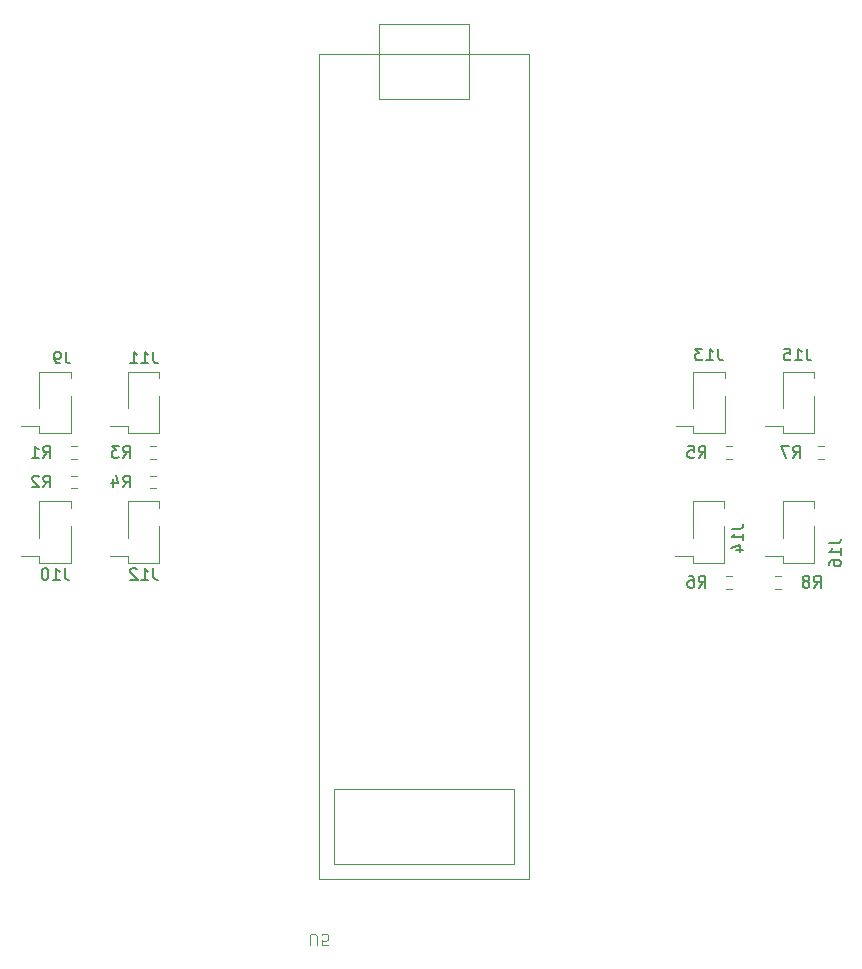
<source format=gbr>
%TF.GenerationSoftware,KiCad,Pcbnew,8.0.1*%
%TF.CreationDate,2024-04-19T02:09:13-07:00*%
%TF.ProjectId,CMOD_A7_Lower,434d4f44-5f41-4375-9f4c-6f7765722e6b,rev?*%
%TF.SameCoordinates,Original*%
%TF.FileFunction,Legend,Bot*%
%TF.FilePolarity,Positive*%
%FSLAX46Y46*%
G04 Gerber Fmt 4.6, Leading zero omitted, Abs format (unit mm)*
G04 Created by KiCad (PCBNEW 8.0.1) date 2024-04-19 02:09:13*
%MOMM*%
%LPD*%
G01*
G04 APERTURE LIST*
%ADD10C,0.150000*%
%ADD11C,0.100000*%
%ADD12C,0.120000*%
G04 APERTURE END LIST*
D10*
X55583333Y-78204819D02*
X55583333Y-78919104D01*
X55583333Y-78919104D02*
X55630952Y-79061961D01*
X55630952Y-79061961D02*
X55726190Y-79157200D01*
X55726190Y-79157200D02*
X55869047Y-79204819D01*
X55869047Y-79204819D02*
X55964285Y-79204819D01*
X55059523Y-79204819D02*
X54869047Y-79204819D01*
X54869047Y-79204819D02*
X54773809Y-79157200D01*
X54773809Y-79157200D02*
X54726190Y-79109580D01*
X54726190Y-79109580D02*
X54630952Y-78966723D01*
X54630952Y-78966723D02*
X54583333Y-78776247D01*
X54583333Y-78776247D02*
X54583333Y-78395295D01*
X54583333Y-78395295D02*
X54630952Y-78300057D01*
X54630952Y-78300057D02*
X54678571Y-78252438D01*
X54678571Y-78252438D02*
X54773809Y-78204819D01*
X54773809Y-78204819D02*
X54964285Y-78204819D01*
X54964285Y-78204819D02*
X55059523Y-78252438D01*
X55059523Y-78252438D02*
X55107142Y-78300057D01*
X55107142Y-78300057D02*
X55154761Y-78395295D01*
X55154761Y-78395295D02*
X55154761Y-78633390D01*
X55154761Y-78633390D02*
X55107142Y-78728628D01*
X55107142Y-78728628D02*
X55059523Y-78776247D01*
X55059523Y-78776247D02*
X54964285Y-78823866D01*
X54964285Y-78823866D02*
X54773809Y-78823866D01*
X54773809Y-78823866D02*
X54678571Y-78776247D01*
X54678571Y-78776247D02*
X54630952Y-78728628D01*
X54630952Y-78728628D02*
X54583333Y-78633390D01*
X62984523Y-78204819D02*
X62984523Y-78919104D01*
X62984523Y-78919104D02*
X63032142Y-79061961D01*
X63032142Y-79061961D02*
X63127380Y-79157200D01*
X63127380Y-79157200D02*
X63270237Y-79204819D01*
X63270237Y-79204819D02*
X63365475Y-79204819D01*
X61984523Y-79204819D02*
X62555951Y-79204819D01*
X62270237Y-79204819D02*
X62270237Y-78204819D01*
X62270237Y-78204819D02*
X62365475Y-78347676D01*
X62365475Y-78347676D02*
X62460713Y-78442914D01*
X62460713Y-78442914D02*
X62555951Y-78490533D01*
X61032142Y-79204819D02*
X61603570Y-79204819D01*
X61317856Y-79204819D02*
X61317856Y-78204819D01*
X61317856Y-78204819D02*
X61413094Y-78347676D01*
X61413094Y-78347676D02*
X61508332Y-78442914D01*
X61508332Y-78442914D02*
X61603570Y-78490533D01*
X110809523Y-77954819D02*
X110809523Y-78669104D01*
X110809523Y-78669104D02*
X110857142Y-78811961D01*
X110857142Y-78811961D02*
X110952380Y-78907200D01*
X110952380Y-78907200D02*
X111095237Y-78954819D01*
X111095237Y-78954819D02*
X111190475Y-78954819D01*
X109809523Y-78954819D02*
X110380951Y-78954819D01*
X110095237Y-78954819D02*
X110095237Y-77954819D01*
X110095237Y-77954819D02*
X110190475Y-78097676D01*
X110190475Y-78097676D02*
X110285713Y-78192914D01*
X110285713Y-78192914D02*
X110380951Y-78240533D01*
X109476189Y-77954819D02*
X108857142Y-77954819D01*
X108857142Y-77954819D02*
X109190475Y-78335771D01*
X109190475Y-78335771D02*
X109047618Y-78335771D01*
X109047618Y-78335771D02*
X108952380Y-78383390D01*
X108952380Y-78383390D02*
X108904761Y-78431009D01*
X108904761Y-78431009D02*
X108857142Y-78526247D01*
X108857142Y-78526247D02*
X108857142Y-78764342D01*
X108857142Y-78764342D02*
X108904761Y-78859580D01*
X108904761Y-78859580D02*
X108952380Y-78907200D01*
X108952380Y-78907200D02*
X109047618Y-78954819D01*
X109047618Y-78954819D02*
X109333332Y-78954819D01*
X109333332Y-78954819D02*
X109428570Y-78907200D01*
X109428570Y-78907200D02*
X109476189Y-78859580D01*
X60416666Y-87204819D02*
X60749999Y-86728628D01*
X60988094Y-87204819D02*
X60988094Y-86204819D01*
X60988094Y-86204819D02*
X60607142Y-86204819D01*
X60607142Y-86204819D02*
X60511904Y-86252438D01*
X60511904Y-86252438D02*
X60464285Y-86300057D01*
X60464285Y-86300057D02*
X60416666Y-86395295D01*
X60416666Y-86395295D02*
X60416666Y-86538152D01*
X60416666Y-86538152D02*
X60464285Y-86633390D01*
X60464285Y-86633390D02*
X60511904Y-86681009D01*
X60511904Y-86681009D02*
X60607142Y-86728628D01*
X60607142Y-86728628D02*
X60988094Y-86728628D01*
X60083332Y-86204819D02*
X59464285Y-86204819D01*
X59464285Y-86204819D02*
X59797618Y-86585771D01*
X59797618Y-86585771D02*
X59654761Y-86585771D01*
X59654761Y-86585771D02*
X59559523Y-86633390D01*
X59559523Y-86633390D02*
X59511904Y-86681009D01*
X59511904Y-86681009D02*
X59464285Y-86776247D01*
X59464285Y-86776247D02*
X59464285Y-87014342D01*
X59464285Y-87014342D02*
X59511904Y-87109580D01*
X59511904Y-87109580D02*
X59559523Y-87157200D01*
X59559523Y-87157200D02*
X59654761Y-87204819D01*
X59654761Y-87204819D02*
X59940475Y-87204819D01*
X59940475Y-87204819D02*
X60035713Y-87157200D01*
X60035713Y-87157200D02*
X60083332Y-87109580D01*
X55484523Y-96554819D02*
X55484523Y-97269104D01*
X55484523Y-97269104D02*
X55532142Y-97411961D01*
X55532142Y-97411961D02*
X55627380Y-97507200D01*
X55627380Y-97507200D02*
X55770237Y-97554819D01*
X55770237Y-97554819D02*
X55865475Y-97554819D01*
X54484523Y-97554819D02*
X55055951Y-97554819D01*
X54770237Y-97554819D02*
X54770237Y-96554819D01*
X54770237Y-96554819D02*
X54865475Y-96697676D01*
X54865475Y-96697676D02*
X54960713Y-96792914D01*
X54960713Y-96792914D02*
X55055951Y-96840533D01*
X53865475Y-96554819D02*
X53770237Y-96554819D01*
X53770237Y-96554819D02*
X53674999Y-96602438D01*
X53674999Y-96602438D02*
X53627380Y-96650057D01*
X53627380Y-96650057D02*
X53579761Y-96745295D01*
X53579761Y-96745295D02*
X53532142Y-96935771D01*
X53532142Y-96935771D02*
X53532142Y-97173866D01*
X53532142Y-97173866D02*
X53579761Y-97364342D01*
X53579761Y-97364342D02*
X53627380Y-97459580D01*
X53627380Y-97459580D02*
X53674999Y-97507200D01*
X53674999Y-97507200D02*
X53770237Y-97554819D01*
X53770237Y-97554819D02*
X53865475Y-97554819D01*
X53865475Y-97554819D02*
X53960713Y-97507200D01*
X53960713Y-97507200D02*
X54008332Y-97459580D01*
X54008332Y-97459580D02*
X54055951Y-97364342D01*
X54055951Y-97364342D02*
X54103570Y-97173866D01*
X54103570Y-97173866D02*
X54103570Y-96935771D01*
X54103570Y-96935771D02*
X54055951Y-96745295D01*
X54055951Y-96745295D02*
X54008332Y-96650057D01*
X54008332Y-96650057D02*
X53960713Y-96602438D01*
X53960713Y-96602438D02*
X53865475Y-96554819D01*
D11*
X76238095Y-128482580D02*
X76238095Y-127673057D01*
X76238095Y-127673057D02*
X76285714Y-127577819D01*
X76285714Y-127577819D02*
X76333333Y-127530200D01*
X76333333Y-127530200D02*
X76428571Y-127482580D01*
X76428571Y-127482580D02*
X76619047Y-127482580D01*
X76619047Y-127482580D02*
X76714285Y-127530200D01*
X76714285Y-127530200D02*
X76761904Y-127577819D01*
X76761904Y-127577819D02*
X76809523Y-127673057D01*
X76809523Y-127673057D02*
X76809523Y-128482580D01*
X77761904Y-128482580D02*
X77285714Y-128482580D01*
X77285714Y-128482580D02*
X77238095Y-128006390D01*
X77238095Y-128006390D02*
X77285714Y-128054009D01*
X77285714Y-128054009D02*
X77380952Y-128101628D01*
X77380952Y-128101628D02*
X77619047Y-128101628D01*
X77619047Y-128101628D02*
X77714285Y-128054009D01*
X77714285Y-128054009D02*
X77761904Y-128006390D01*
X77761904Y-128006390D02*
X77809523Y-127911152D01*
X77809523Y-127911152D02*
X77809523Y-127673057D01*
X77809523Y-127673057D02*
X77761904Y-127577819D01*
X77761904Y-127577819D02*
X77714285Y-127530200D01*
X77714285Y-127530200D02*
X77619047Y-127482580D01*
X77619047Y-127482580D02*
X77380952Y-127482580D01*
X77380952Y-127482580D02*
X77285714Y-127530200D01*
X77285714Y-127530200D02*
X77238095Y-127577819D01*
D10*
X109166666Y-98204819D02*
X109499999Y-97728628D01*
X109738094Y-98204819D02*
X109738094Y-97204819D01*
X109738094Y-97204819D02*
X109357142Y-97204819D01*
X109357142Y-97204819D02*
X109261904Y-97252438D01*
X109261904Y-97252438D02*
X109214285Y-97300057D01*
X109214285Y-97300057D02*
X109166666Y-97395295D01*
X109166666Y-97395295D02*
X109166666Y-97538152D01*
X109166666Y-97538152D02*
X109214285Y-97633390D01*
X109214285Y-97633390D02*
X109261904Y-97681009D01*
X109261904Y-97681009D02*
X109357142Y-97728628D01*
X109357142Y-97728628D02*
X109738094Y-97728628D01*
X108309523Y-97204819D02*
X108499999Y-97204819D01*
X108499999Y-97204819D02*
X108595237Y-97252438D01*
X108595237Y-97252438D02*
X108642856Y-97300057D01*
X108642856Y-97300057D02*
X108738094Y-97442914D01*
X108738094Y-97442914D02*
X108785713Y-97633390D01*
X108785713Y-97633390D02*
X108785713Y-98014342D01*
X108785713Y-98014342D02*
X108738094Y-98109580D01*
X108738094Y-98109580D02*
X108690475Y-98157200D01*
X108690475Y-98157200D02*
X108595237Y-98204819D01*
X108595237Y-98204819D02*
X108404761Y-98204819D01*
X108404761Y-98204819D02*
X108309523Y-98157200D01*
X108309523Y-98157200D02*
X108261904Y-98109580D01*
X108261904Y-98109580D02*
X108214285Y-98014342D01*
X108214285Y-98014342D02*
X108214285Y-97776247D01*
X108214285Y-97776247D02*
X108261904Y-97681009D01*
X108261904Y-97681009D02*
X108309523Y-97633390D01*
X108309523Y-97633390D02*
X108404761Y-97585771D01*
X108404761Y-97585771D02*
X108595237Y-97585771D01*
X108595237Y-97585771D02*
X108690475Y-97633390D01*
X108690475Y-97633390D02*
X108738094Y-97681009D01*
X108738094Y-97681009D02*
X108785713Y-97776247D01*
X53666666Y-89704819D02*
X53999999Y-89228628D01*
X54238094Y-89704819D02*
X54238094Y-88704819D01*
X54238094Y-88704819D02*
X53857142Y-88704819D01*
X53857142Y-88704819D02*
X53761904Y-88752438D01*
X53761904Y-88752438D02*
X53714285Y-88800057D01*
X53714285Y-88800057D02*
X53666666Y-88895295D01*
X53666666Y-88895295D02*
X53666666Y-89038152D01*
X53666666Y-89038152D02*
X53714285Y-89133390D01*
X53714285Y-89133390D02*
X53761904Y-89181009D01*
X53761904Y-89181009D02*
X53857142Y-89228628D01*
X53857142Y-89228628D02*
X54238094Y-89228628D01*
X53285713Y-88800057D02*
X53238094Y-88752438D01*
X53238094Y-88752438D02*
X53142856Y-88704819D01*
X53142856Y-88704819D02*
X52904761Y-88704819D01*
X52904761Y-88704819D02*
X52809523Y-88752438D01*
X52809523Y-88752438D02*
X52761904Y-88800057D01*
X52761904Y-88800057D02*
X52714285Y-88895295D01*
X52714285Y-88895295D02*
X52714285Y-88990533D01*
X52714285Y-88990533D02*
X52761904Y-89133390D01*
X52761904Y-89133390D02*
X53333332Y-89704819D01*
X53333332Y-89704819D02*
X52714285Y-89704819D01*
X111954819Y-93190476D02*
X112669104Y-93190476D01*
X112669104Y-93190476D02*
X112811961Y-93142857D01*
X112811961Y-93142857D02*
X112907200Y-93047619D01*
X112907200Y-93047619D02*
X112954819Y-92904762D01*
X112954819Y-92904762D02*
X112954819Y-92809524D01*
X112954819Y-94190476D02*
X112954819Y-93619048D01*
X112954819Y-93904762D02*
X111954819Y-93904762D01*
X111954819Y-93904762D02*
X112097676Y-93809524D01*
X112097676Y-93809524D02*
X112192914Y-93714286D01*
X112192914Y-93714286D02*
X112240533Y-93619048D01*
X112288152Y-95047619D02*
X112954819Y-95047619D01*
X111907200Y-94809524D02*
X112621485Y-94571429D01*
X112621485Y-94571429D02*
X112621485Y-95190476D01*
X62984523Y-96554819D02*
X62984523Y-97269104D01*
X62984523Y-97269104D02*
X63032142Y-97411961D01*
X63032142Y-97411961D02*
X63127380Y-97507200D01*
X63127380Y-97507200D02*
X63270237Y-97554819D01*
X63270237Y-97554819D02*
X63365475Y-97554819D01*
X61984523Y-97554819D02*
X62555951Y-97554819D01*
X62270237Y-97554819D02*
X62270237Y-96554819D01*
X62270237Y-96554819D02*
X62365475Y-96697676D01*
X62365475Y-96697676D02*
X62460713Y-96792914D01*
X62460713Y-96792914D02*
X62555951Y-96840533D01*
X61603570Y-96650057D02*
X61555951Y-96602438D01*
X61555951Y-96602438D02*
X61460713Y-96554819D01*
X61460713Y-96554819D02*
X61222618Y-96554819D01*
X61222618Y-96554819D02*
X61127380Y-96602438D01*
X61127380Y-96602438D02*
X61079761Y-96650057D01*
X61079761Y-96650057D02*
X61032142Y-96745295D01*
X61032142Y-96745295D02*
X61032142Y-96840533D01*
X61032142Y-96840533D02*
X61079761Y-96983390D01*
X61079761Y-96983390D02*
X61651189Y-97554819D01*
X61651189Y-97554819D02*
X61032142Y-97554819D01*
X118916666Y-98204819D02*
X119249999Y-97728628D01*
X119488094Y-98204819D02*
X119488094Y-97204819D01*
X119488094Y-97204819D02*
X119107142Y-97204819D01*
X119107142Y-97204819D02*
X119011904Y-97252438D01*
X119011904Y-97252438D02*
X118964285Y-97300057D01*
X118964285Y-97300057D02*
X118916666Y-97395295D01*
X118916666Y-97395295D02*
X118916666Y-97538152D01*
X118916666Y-97538152D02*
X118964285Y-97633390D01*
X118964285Y-97633390D02*
X119011904Y-97681009D01*
X119011904Y-97681009D02*
X119107142Y-97728628D01*
X119107142Y-97728628D02*
X119488094Y-97728628D01*
X118345237Y-97633390D02*
X118440475Y-97585771D01*
X118440475Y-97585771D02*
X118488094Y-97538152D01*
X118488094Y-97538152D02*
X118535713Y-97442914D01*
X118535713Y-97442914D02*
X118535713Y-97395295D01*
X118535713Y-97395295D02*
X118488094Y-97300057D01*
X118488094Y-97300057D02*
X118440475Y-97252438D01*
X118440475Y-97252438D02*
X118345237Y-97204819D01*
X118345237Y-97204819D02*
X118154761Y-97204819D01*
X118154761Y-97204819D02*
X118059523Y-97252438D01*
X118059523Y-97252438D02*
X118011904Y-97300057D01*
X118011904Y-97300057D02*
X117964285Y-97395295D01*
X117964285Y-97395295D02*
X117964285Y-97442914D01*
X117964285Y-97442914D02*
X118011904Y-97538152D01*
X118011904Y-97538152D02*
X118059523Y-97585771D01*
X118059523Y-97585771D02*
X118154761Y-97633390D01*
X118154761Y-97633390D02*
X118345237Y-97633390D01*
X118345237Y-97633390D02*
X118440475Y-97681009D01*
X118440475Y-97681009D02*
X118488094Y-97728628D01*
X118488094Y-97728628D02*
X118535713Y-97823866D01*
X118535713Y-97823866D02*
X118535713Y-98014342D01*
X118535713Y-98014342D02*
X118488094Y-98109580D01*
X118488094Y-98109580D02*
X118440475Y-98157200D01*
X118440475Y-98157200D02*
X118345237Y-98204819D01*
X118345237Y-98204819D02*
X118154761Y-98204819D01*
X118154761Y-98204819D02*
X118059523Y-98157200D01*
X118059523Y-98157200D02*
X118011904Y-98109580D01*
X118011904Y-98109580D02*
X117964285Y-98014342D01*
X117964285Y-98014342D02*
X117964285Y-97823866D01*
X117964285Y-97823866D02*
X118011904Y-97728628D01*
X118011904Y-97728628D02*
X118059523Y-97681009D01*
X118059523Y-97681009D02*
X118154761Y-97633390D01*
X120204819Y-94440476D02*
X120919104Y-94440476D01*
X120919104Y-94440476D02*
X121061961Y-94392857D01*
X121061961Y-94392857D02*
X121157200Y-94297619D01*
X121157200Y-94297619D02*
X121204819Y-94154762D01*
X121204819Y-94154762D02*
X121204819Y-94059524D01*
X121204819Y-95440476D02*
X121204819Y-94869048D01*
X121204819Y-95154762D02*
X120204819Y-95154762D01*
X120204819Y-95154762D02*
X120347676Y-95059524D01*
X120347676Y-95059524D02*
X120442914Y-94964286D01*
X120442914Y-94964286D02*
X120490533Y-94869048D01*
X120204819Y-96297619D02*
X120204819Y-96107143D01*
X120204819Y-96107143D02*
X120252438Y-96011905D01*
X120252438Y-96011905D02*
X120300057Y-95964286D01*
X120300057Y-95964286D02*
X120442914Y-95869048D01*
X120442914Y-95869048D02*
X120633390Y-95821429D01*
X120633390Y-95821429D02*
X121014342Y-95821429D01*
X121014342Y-95821429D02*
X121109580Y-95869048D01*
X121109580Y-95869048D02*
X121157200Y-95916667D01*
X121157200Y-95916667D02*
X121204819Y-96011905D01*
X121204819Y-96011905D02*
X121204819Y-96202381D01*
X121204819Y-96202381D02*
X121157200Y-96297619D01*
X121157200Y-96297619D02*
X121109580Y-96345238D01*
X121109580Y-96345238D02*
X121014342Y-96392857D01*
X121014342Y-96392857D02*
X120776247Y-96392857D01*
X120776247Y-96392857D02*
X120681009Y-96345238D01*
X120681009Y-96345238D02*
X120633390Y-96297619D01*
X120633390Y-96297619D02*
X120585771Y-96202381D01*
X120585771Y-96202381D02*
X120585771Y-96011905D01*
X120585771Y-96011905D02*
X120633390Y-95916667D01*
X120633390Y-95916667D02*
X120681009Y-95869048D01*
X120681009Y-95869048D02*
X120776247Y-95821429D01*
X53666666Y-87204819D02*
X53999999Y-86728628D01*
X54238094Y-87204819D02*
X54238094Y-86204819D01*
X54238094Y-86204819D02*
X53857142Y-86204819D01*
X53857142Y-86204819D02*
X53761904Y-86252438D01*
X53761904Y-86252438D02*
X53714285Y-86300057D01*
X53714285Y-86300057D02*
X53666666Y-86395295D01*
X53666666Y-86395295D02*
X53666666Y-86538152D01*
X53666666Y-86538152D02*
X53714285Y-86633390D01*
X53714285Y-86633390D02*
X53761904Y-86681009D01*
X53761904Y-86681009D02*
X53857142Y-86728628D01*
X53857142Y-86728628D02*
X54238094Y-86728628D01*
X52714285Y-87204819D02*
X53285713Y-87204819D01*
X52999999Y-87204819D02*
X52999999Y-86204819D01*
X52999999Y-86204819D02*
X53095237Y-86347676D01*
X53095237Y-86347676D02*
X53190475Y-86442914D01*
X53190475Y-86442914D02*
X53285713Y-86490533D01*
X117166666Y-87204819D02*
X117499999Y-86728628D01*
X117738094Y-87204819D02*
X117738094Y-86204819D01*
X117738094Y-86204819D02*
X117357142Y-86204819D01*
X117357142Y-86204819D02*
X117261904Y-86252438D01*
X117261904Y-86252438D02*
X117214285Y-86300057D01*
X117214285Y-86300057D02*
X117166666Y-86395295D01*
X117166666Y-86395295D02*
X117166666Y-86538152D01*
X117166666Y-86538152D02*
X117214285Y-86633390D01*
X117214285Y-86633390D02*
X117261904Y-86681009D01*
X117261904Y-86681009D02*
X117357142Y-86728628D01*
X117357142Y-86728628D02*
X117738094Y-86728628D01*
X116833332Y-86204819D02*
X116166666Y-86204819D01*
X116166666Y-86204819D02*
X116595237Y-87204819D01*
X109166666Y-87204819D02*
X109499999Y-86728628D01*
X109738094Y-87204819D02*
X109738094Y-86204819D01*
X109738094Y-86204819D02*
X109357142Y-86204819D01*
X109357142Y-86204819D02*
X109261904Y-86252438D01*
X109261904Y-86252438D02*
X109214285Y-86300057D01*
X109214285Y-86300057D02*
X109166666Y-86395295D01*
X109166666Y-86395295D02*
X109166666Y-86538152D01*
X109166666Y-86538152D02*
X109214285Y-86633390D01*
X109214285Y-86633390D02*
X109261904Y-86681009D01*
X109261904Y-86681009D02*
X109357142Y-86728628D01*
X109357142Y-86728628D02*
X109738094Y-86728628D01*
X108261904Y-86204819D02*
X108738094Y-86204819D01*
X108738094Y-86204819D02*
X108785713Y-86681009D01*
X108785713Y-86681009D02*
X108738094Y-86633390D01*
X108738094Y-86633390D02*
X108642856Y-86585771D01*
X108642856Y-86585771D02*
X108404761Y-86585771D01*
X108404761Y-86585771D02*
X108309523Y-86633390D01*
X108309523Y-86633390D02*
X108261904Y-86681009D01*
X108261904Y-86681009D02*
X108214285Y-86776247D01*
X108214285Y-86776247D02*
X108214285Y-87014342D01*
X108214285Y-87014342D02*
X108261904Y-87109580D01*
X108261904Y-87109580D02*
X108309523Y-87157200D01*
X108309523Y-87157200D02*
X108404761Y-87204819D01*
X108404761Y-87204819D02*
X108642856Y-87204819D01*
X108642856Y-87204819D02*
X108738094Y-87157200D01*
X108738094Y-87157200D02*
X108785713Y-87109580D01*
X60416666Y-89704819D02*
X60749999Y-89228628D01*
X60988094Y-89704819D02*
X60988094Y-88704819D01*
X60988094Y-88704819D02*
X60607142Y-88704819D01*
X60607142Y-88704819D02*
X60511904Y-88752438D01*
X60511904Y-88752438D02*
X60464285Y-88800057D01*
X60464285Y-88800057D02*
X60416666Y-88895295D01*
X60416666Y-88895295D02*
X60416666Y-89038152D01*
X60416666Y-89038152D02*
X60464285Y-89133390D01*
X60464285Y-89133390D02*
X60511904Y-89181009D01*
X60511904Y-89181009D02*
X60607142Y-89228628D01*
X60607142Y-89228628D02*
X60988094Y-89228628D01*
X59559523Y-89038152D02*
X59559523Y-89704819D01*
X59797618Y-88657200D02*
X60035713Y-89371485D01*
X60035713Y-89371485D02*
X59416666Y-89371485D01*
X118309523Y-77954819D02*
X118309523Y-78669104D01*
X118309523Y-78669104D02*
X118357142Y-78811961D01*
X118357142Y-78811961D02*
X118452380Y-78907200D01*
X118452380Y-78907200D02*
X118595237Y-78954819D01*
X118595237Y-78954819D02*
X118690475Y-78954819D01*
X117309523Y-78954819D02*
X117880951Y-78954819D01*
X117595237Y-78954819D02*
X117595237Y-77954819D01*
X117595237Y-77954819D02*
X117690475Y-78097676D01*
X117690475Y-78097676D02*
X117785713Y-78192914D01*
X117785713Y-78192914D02*
X117880951Y-78240533D01*
X116404761Y-77954819D02*
X116880951Y-77954819D01*
X116880951Y-77954819D02*
X116928570Y-78431009D01*
X116928570Y-78431009D02*
X116880951Y-78383390D01*
X116880951Y-78383390D02*
X116785713Y-78335771D01*
X116785713Y-78335771D02*
X116547618Y-78335771D01*
X116547618Y-78335771D02*
X116452380Y-78383390D01*
X116452380Y-78383390D02*
X116404761Y-78431009D01*
X116404761Y-78431009D02*
X116357142Y-78526247D01*
X116357142Y-78526247D02*
X116357142Y-78764342D01*
X116357142Y-78764342D02*
X116404761Y-78859580D01*
X116404761Y-78859580D02*
X116452380Y-78907200D01*
X116452380Y-78907200D02*
X116547618Y-78954819D01*
X116547618Y-78954819D02*
X116785713Y-78954819D01*
X116785713Y-78954819D02*
X116880951Y-78907200D01*
X116880951Y-78907200D02*
X116928570Y-78859580D01*
D12*
%TO.C,J9*%
X51805000Y-84550000D02*
X53325000Y-84550000D01*
X53325000Y-79920000D02*
X53325000Y-83030000D01*
X53325000Y-84550000D02*
X53325000Y-85120000D01*
X55985000Y-79920000D02*
X53325000Y-79920000D01*
X55985000Y-79920000D02*
X55985000Y-80490000D01*
X55985000Y-82010000D02*
X55985000Y-85120000D01*
X55985000Y-85120000D02*
X53325000Y-85120000D01*
%TO.C,J11*%
X59325000Y-84530000D02*
X60845000Y-84530000D01*
X60845000Y-79900000D02*
X60845000Y-83010000D01*
X60845000Y-84530000D02*
X60845000Y-85100000D01*
X63505000Y-79900000D02*
X60845000Y-79900000D01*
X63505000Y-79900000D02*
X63505000Y-80470000D01*
X63505000Y-81990000D02*
X63505000Y-85100000D01*
X63505000Y-85100000D02*
X60845000Y-85100000D01*
%TO.C,J13*%
X107200000Y-84530000D02*
X108720000Y-84530000D01*
X108720000Y-79900000D02*
X108720000Y-83010000D01*
X108720000Y-84530000D02*
X108720000Y-85100000D01*
X111380000Y-79900000D02*
X108720000Y-79900000D01*
X111380000Y-79900000D02*
X111380000Y-80470000D01*
X111380000Y-81990000D02*
X111380000Y-85100000D01*
X111380000Y-85100000D02*
X108720000Y-85100000D01*
%TO.C,R3*%
X62745276Y-86227500D02*
X63254724Y-86227500D01*
X62745276Y-87272500D02*
X63254724Y-87272500D01*
%TO.C,J10*%
X51825000Y-95530000D02*
X53345000Y-95530000D01*
X53345000Y-90900000D02*
X53345000Y-94010000D01*
X53345000Y-95530000D02*
X53345000Y-96100000D01*
X56005000Y-90900000D02*
X53345000Y-90900000D01*
X56005000Y-90900000D02*
X56005000Y-91470000D01*
X56005000Y-92990000D02*
X56005000Y-96100000D01*
X56005000Y-96100000D02*
X53345000Y-96100000D01*
%TO.C,U5*%
D11*
X89700000Y-50470000D02*
X82080000Y-50470000D01*
X82080000Y-56820000D01*
X89700000Y-56820000D01*
X89700000Y-50470000D01*
X93510000Y-115240000D02*
X78270000Y-115240000D01*
X78270000Y-121590000D01*
X93510000Y-121590000D01*
X93510000Y-115240000D01*
X94780000Y-53010000D02*
X77000000Y-53010000D01*
X77000000Y-122860000D01*
X94780000Y-122860000D01*
X94780000Y-53010000D01*
D12*
%TO.C,R6*%
X111495276Y-97227500D02*
X112004724Y-97227500D01*
X111495276Y-98272500D02*
X112004724Y-98272500D01*
%TO.C,R2*%
X55995276Y-88727500D02*
X56504724Y-88727500D01*
X55995276Y-89772500D02*
X56504724Y-89772500D01*
%TO.C,J14*%
X107150000Y-95530000D02*
X108670000Y-95530000D01*
X108670000Y-90900000D02*
X108670000Y-94010000D01*
X108670000Y-95530000D02*
X108670000Y-96100000D01*
X111330000Y-90900000D02*
X108670000Y-90900000D01*
X111330000Y-90900000D02*
X111330000Y-91470000D01*
X111330000Y-92990000D02*
X111330000Y-96100000D01*
X111330000Y-96100000D02*
X108670000Y-96100000D01*
%TO.C,J12*%
X59325000Y-95530000D02*
X60845000Y-95530000D01*
X60845000Y-90900000D02*
X60845000Y-94010000D01*
X60845000Y-95530000D02*
X60845000Y-96100000D01*
X63505000Y-90900000D02*
X60845000Y-90900000D01*
X63505000Y-90900000D02*
X63505000Y-91470000D01*
X63505000Y-92990000D02*
X63505000Y-96100000D01*
X63505000Y-96100000D02*
X60845000Y-96100000D01*
%TO.C,R8*%
X115657776Y-97227500D02*
X116167224Y-97227500D01*
X115657776Y-98272500D02*
X116167224Y-98272500D01*
%TO.C,J16*%
X114745000Y-95530000D02*
X116265000Y-95530000D01*
X116265000Y-90900000D02*
X116265000Y-94010000D01*
X116265000Y-95530000D02*
X116265000Y-96100000D01*
X118925000Y-90900000D02*
X116265000Y-90900000D01*
X118925000Y-90900000D02*
X118925000Y-91470000D01*
X118925000Y-92990000D02*
X118925000Y-96100000D01*
X118925000Y-96100000D02*
X116265000Y-96100000D01*
%TO.C,R1*%
X55995276Y-86227500D02*
X56504724Y-86227500D01*
X55995276Y-87272500D02*
X56504724Y-87272500D01*
%TO.C,R7*%
X119245276Y-86227500D02*
X119754724Y-86227500D01*
X119245276Y-87272500D02*
X119754724Y-87272500D01*
%TO.C,R5*%
X111495276Y-86227500D02*
X112004724Y-86227500D01*
X111495276Y-87272500D02*
X112004724Y-87272500D01*
%TO.C,R4*%
X62745276Y-88727500D02*
X63254724Y-88727500D01*
X62745276Y-89772500D02*
X63254724Y-89772500D01*
%TO.C,J15*%
X114745000Y-84530000D02*
X116265000Y-84530000D01*
X116265000Y-79900000D02*
X116265000Y-83010000D01*
X116265000Y-84530000D02*
X116265000Y-85100000D01*
X118925000Y-79900000D02*
X116265000Y-79900000D01*
X118925000Y-79900000D02*
X118925000Y-80470000D01*
X118925000Y-81990000D02*
X118925000Y-85100000D01*
X118925000Y-85100000D02*
X116265000Y-85100000D01*
%TD*%
M02*

</source>
